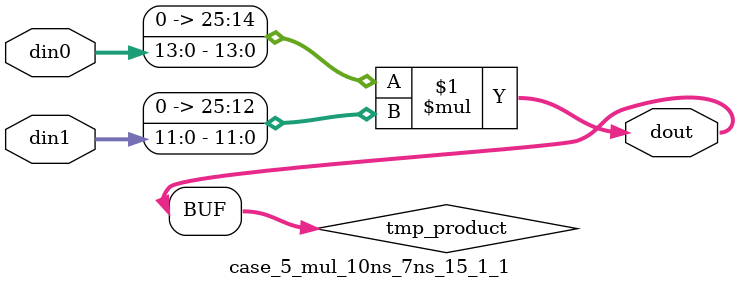
<source format=v>

`timescale 1 ns / 1 ps

 (* use_dsp = "no" *)  module case_5_mul_10ns_7ns_15_1_1(din0, din1, dout);
parameter ID = 1;
parameter NUM_STAGE = 0;
parameter din0_WIDTH = 14;
parameter din1_WIDTH = 12;
parameter dout_WIDTH = 26;

input [din0_WIDTH - 1 : 0] din0; 
input [din1_WIDTH - 1 : 0] din1; 
output [dout_WIDTH - 1 : 0] dout;

wire signed [dout_WIDTH - 1 : 0] tmp_product;
























assign tmp_product = $signed({1'b0, din0}) * $signed({1'b0, din1});











assign dout = tmp_product;





















endmodule

</source>
